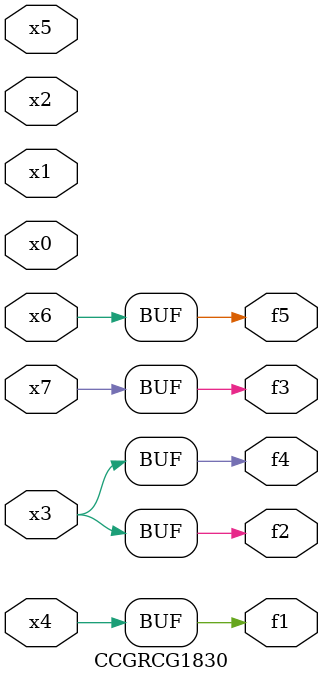
<source format=v>
module CCGRCG1830(
	input x0, x1, x2, x3, x4, x5, x6, x7,
	output f1, f2, f3, f4, f5
);
	assign f1 = x4;
	assign f2 = x3;
	assign f3 = x7;
	assign f4 = x3;
	assign f5 = x6;
endmodule

</source>
